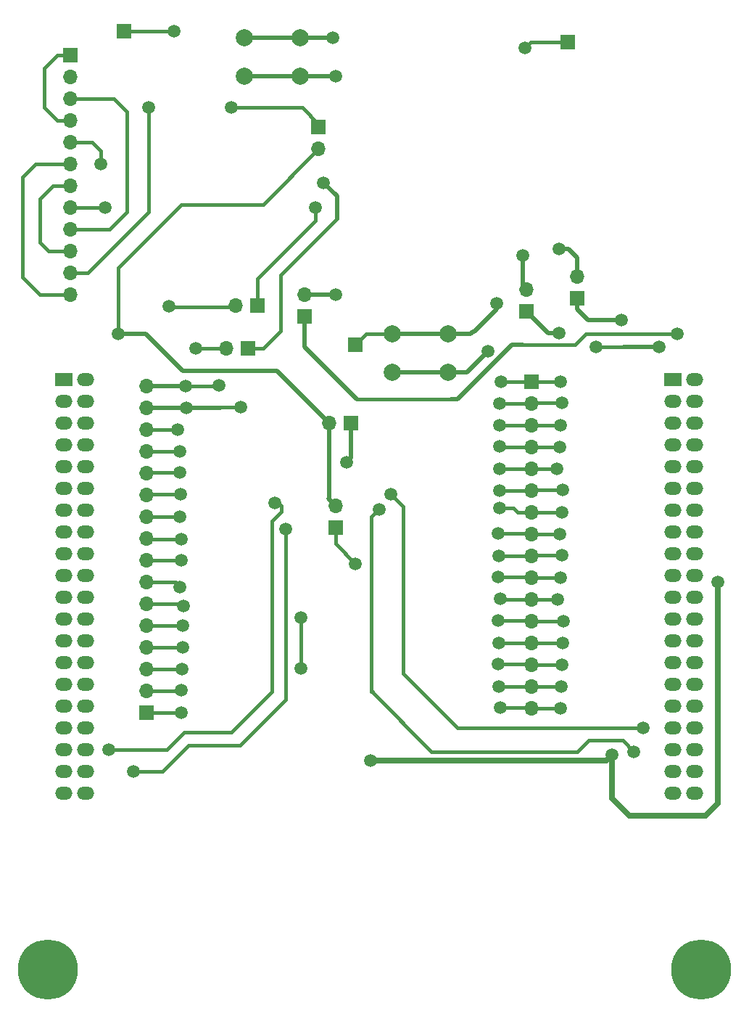
<source format=gbr>
%TF.GenerationSoftware,KiCad,Pcbnew,(5.1.9)-1*%
%TF.CreationDate,2021-04-09T00:02:46-03:00*%
%TF.ProjectId,PCB_TP_Prof,5043425f-5450-45f5-9072-6f662e6b6963,rev?*%
%TF.SameCoordinates,Original*%
%TF.FileFunction,Copper,L2,Bot*%
%TF.FilePolarity,Positive*%
%FSLAX46Y46*%
G04 Gerber Fmt 4.6, Leading zero omitted, Abs format (unit mm)*
G04 Created by KiCad (PCBNEW (5.1.9)-1) date 2021-04-09 00:02:46*
%MOMM*%
%LPD*%
G01*
G04 APERTURE LIST*
%TA.AperFunction,ComponentPad*%
%ADD10R,2.000000X1.524000*%
%TD*%
%TA.AperFunction,ComponentPad*%
%ADD11O,2.000000X1.524000*%
%TD*%
%TA.AperFunction,ComponentPad*%
%ADD12C,7.000000*%
%TD*%
%TA.AperFunction,ComponentPad*%
%ADD13C,2.000000*%
%TD*%
%TA.AperFunction,ComponentPad*%
%ADD14O,1.700000X1.700000*%
%TD*%
%TA.AperFunction,ComponentPad*%
%ADD15R,1.700000X1.700000*%
%TD*%
%TA.AperFunction,ViaPad*%
%ADD16C,1.500000*%
%TD*%
%TA.AperFunction,Conductor*%
%ADD17C,0.508000*%
%TD*%
%TA.AperFunction,Conductor*%
%ADD18C,0.381000*%
%TD*%
%TA.AperFunction,Conductor*%
%ADD19C,0.700000*%
%TD*%
G04 APERTURE END LIST*
D10*
%TO.P,XA1,1*%
%TO.N,+3V3*%
X133858000Y-97282000D03*
D11*
%TO.P,XA1,2*%
%TO.N,/Conector-EDU_CIAA/+5V_P1*%
X136398000Y-97282000D03*
%TO.P,XA1,11*%
%TO.N,/Conector-EDU_CIAA/CH2*%
X133858000Y-109982000D03*
%TO.P,XA1,4*%
%TO.N,GND*%
X136398000Y-99822000D03*
%TO.P,XA1,13*%
%TO.N,/Conector-EDU_CIAA/CH1*%
X133858000Y-112522000D03*
%TO.P,XA1,6*%
%TO.N,Net-(XA1-Pad6)*%
X136398000Y-102362000D03*
%TO.P,XA1,15*%
%TO.N,/Conector-EDU_CIAA/DAC*%
X133858000Y-115062000D03*
%TO.P,XA1,8*%
%TO.N,Net-(XA1-Pad8)*%
X136398000Y-104902000D03*
%TO.P,XA1,17*%
%TO.N,/Conector-EDU_CIAA/VDDA*%
X133858000Y-117602000D03*
%TO.P,XA1,10*%
%TO.N,Net-(XA1-Pad10)*%
X136398000Y-107442000D03*
%TO.P,XA1,19*%
%TO.N,/Conector-EDU_CIAA/I2C_SDA*%
X133858000Y-120142000D03*
%TO.P,XA1,12*%
%TO.N,Net-(XA1-Pad12)*%
X136398000Y-109982000D03*
%TO.P,XA1,21*%
%TO.N,/Conector-EDU_CIAA/I2C_SCL*%
X133858000Y-122682000D03*
%TO.P,XA1,14*%
%TO.N,Net-(XA1-Pad14)*%
X136398000Y-112522000D03*
%TO.P,XA1,23*%
%TO.N,/Conector-EDU_CIAA/232_RX*%
X133858000Y-125222000D03*
%TO.P,XA1,16*%
%TO.N,Net-(XA1-Pad16)*%
X136398000Y-115062000D03*
%TO.P,XA1,25*%
%TO.N,/Conector-EDU_CIAA/232_TX*%
X133858000Y-127762000D03*
%TO.P,XA1,18*%
%TO.N,GNDA*%
X136398000Y-117602000D03*
%TO.P,XA1,27*%
%TO.N,/Conector-EDU_CIAA/CAN_RD-GPIO33*%
X133858000Y-130302000D03*
%TO.P,XA1,20*%
%TO.N,GND*%
X136398000Y-120142000D03*
%TO.P,XA1,29*%
%TO.N,/Conector-EDU_CIAA/CAN_TD-GPIO32*%
X133858000Y-132842000D03*
%TO.P,XA1,22*%
%TO.N,GND*%
X136398000Y-122682000D03*
%TO.P,XA1,31*%
%TO.N,/Conector-EDU_CIAA/T_COL1-GPIO30*%
X133858000Y-135382000D03*
%TO.P,XA1,24*%
%TO.N,GND*%
X136398000Y-125222000D03*
%TO.P,XA1,26*%
X136398000Y-127762000D03*
%TO.P,XA1,33*%
%TO.N,/Conector-EDU_CIAA/T_FIL0-GPIO25*%
X133858000Y-137922000D03*
%TO.P,XA1,28*%
%TO.N,GND*%
X136398000Y-130302000D03*
%TO.P,XA1,32*%
X136398000Y-135382000D03*
%TO.P,XA1,34*%
%TO.N,Net-(XA1-Pad34)*%
X136398000Y-137922000D03*
%TO.P,XA1,36*%
%TO.N,Net-(XA1-Pad36)*%
X136398000Y-140462000D03*
%TO.P,XA1,38*%
%TO.N,GND*%
X136398000Y-143002000D03*
%TO.P,XA1,35*%
%TO.N,/Conector-EDU_CIAA/T_FIL3-GPIO28*%
X133858000Y-140462000D03*
%TO.P,XA1,37*%
%TO.N,/Conector-EDU_CIAA/T_FIL2-GPIO27*%
X133858000Y-143002000D03*
%TO.P,XA1,3*%
%TO.N,Net-(XA1-Pad3)*%
X133858000Y-99822000D03*
%TO.P,XA1,5*%
%TO.N,Net-(XA1-Pad5)*%
X133858000Y-102362000D03*
%TO.P,XA1,7*%
%TO.N,Net-(XA1-Pad7)*%
X133858000Y-104902000D03*
%TO.P,XA1,9*%
%TO.N,/Conector-EDU_CIAA/CH3*%
X133858000Y-107442000D03*
%TO.P,XA1,39*%
%TO.N,/Conector-EDU_CIAA/T_COL0-GPIO29*%
X133858000Y-145542000D03*
%TO.P,XA1,40*%
%TO.N,GND*%
X136398000Y-145542000D03*
%TO.P,XA1,30*%
X136398000Y-132842000D03*
D10*
%TO.P,XA1,41*%
%TO.N,/Conector-EDU_CIAA/+3.3V_P2*%
X62738000Y-97282000D03*
D11*
%TO.P,XA1,42*%
%TO.N,+5V*%
X65278000Y-97282000D03*
%TO.P,XA1,43*%
%TO.N,GND*%
X62738000Y-99822000D03*
%TO.P,XA1,44*%
%TO.N,/Conector-EDU_CIAA/RXD1-GPIO21*%
X65278000Y-99822000D03*
%TO.P,XA1,45*%
%TO.N,GND*%
X62738000Y-102362000D03*
%TO.P,XA1,46*%
%TO.N,/Conector-EDU_CIAA/TX_EN-GPIO19*%
X65278000Y-102362000D03*
%TO.P,XA1,47*%
%TO.N,GND*%
X62738000Y-104902000D03*
%TO.P,XA1,48*%
%TO.N,Net-(XA1-Pad48)*%
X65278000Y-104902000D03*
%TO.P,XA1,49*%
%TO.N,/Conector-EDU_CIAA/RXD0*%
X62738000Y-107442000D03*
%TO.P,XA1,50*%
%TO.N,Net-(XA1-Pad50)*%
X65278000Y-107442000D03*
%TO.P,XA1,51*%
%TO.N,GND*%
X62738000Y-109982000D03*
%TO.P,XA1,52*%
%TO.N,Net-(XA1-Pad52)*%
X65278000Y-109982000D03*
%TO.P,XA1,53*%
%TO.N,GND*%
X62738000Y-112522000D03*
%TO.P,XA1,54*%
%TO.N,Net-(XA1-Pad54)*%
X65278000Y-112522000D03*
%TO.P,XA1,55*%
%TO.N,Net-(XA1-Pad55)*%
X62738000Y-115062000D03*
%TO.P,XA1,56*%
%TO.N,Net-(XA1-Pad56)*%
X65278000Y-115062000D03*
%TO.P,XA1,57*%
%TO.N,GND*%
X62738000Y-117602000D03*
%TO.P,XA1,58*%
%TO.N,Net-(XA1-Pad58)*%
X65278000Y-117602000D03*
%TO.P,XA1,59*%
%TO.N,GND*%
X62738000Y-120142000D03*
%TO.P,XA1,60*%
%TO.N,Net-(XA1-Pad60)*%
X65278000Y-120142000D03*
%TO.P,XA1,61*%
%TO.N,Net-(XA1-Pad61)*%
X62738000Y-122682000D03*
%TO.P,XA1,62*%
%TO.N,Net-(XA1-Pad62)*%
X65278000Y-122682000D03*
%TO.P,XA1,63*%
%TO.N,/Conector-EDU_CIAA/LCD_EN*%
X62738000Y-125222000D03*
%TO.P,XA1,64*%
%TO.N,Net-(XA1-Pad64)*%
X65278000Y-125222000D03*
%TO.P,XA1,65*%
%TO.N,GND*%
X62738000Y-127762000D03*
%TO.P,XA1,66*%
%TO.N,Net-(XA1-Pad66)*%
X65278000Y-127762000D03*
%TO.P,XA1,67*%
%TO.N,GND*%
X62738000Y-130302000D03*
%TO.P,XA1,68*%
%TO.N,Net-(XA1-Pad68)*%
X65278000Y-130302000D03*
%TO.P,XA1,69*%
%TO.N,/Conector-EDU_CIAA/GPIO0*%
X62738000Y-132842000D03*
%TO.P,XA1,70*%
%TO.N,Net-(XA1-Pad70)*%
X65278000Y-132842000D03*
%TO.P,XA1,71*%
%TO.N,/Conector-EDU_CIAA/GPIO2*%
X62738000Y-135382000D03*
%TO.P,XA1,72*%
%TO.N,/Conector-EDU_CIAA/GPIO1*%
X65278000Y-135382000D03*
%TO.P,XA1,73*%
%TO.N,/Conector-EDU_CIAA/GPIO4*%
X62738000Y-137922000D03*
%TO.P,XA1,74*%
%TO.N,/Conector-EDU_CIAA/GPIO3*%
X65278000Y-137922000D03*
%TO.P,XA1,75*%
%TO.N,/Conector-EDU_CIAA/GPIO6*%
X62738000Y-140462000D03*
%TO.P,XA1,76*%
%TO.N,/Conector-EDU_CIAA/GPIO5*%
X65278000Y-140462000D03*
%TO.P,XA1,77*%
%TO.N,GND*%
X62738000Y-143002000D03*
%TO.P,XA1,78*%
%TO.N,/Conector-EDU_CIAA/GPIO7*%
X65278000Y-143002000D03*
%TO.P,XA1,79*%
%TO.N,GND*%
X62738000Y-145542000D03*
%TO.P,XA1,80*%
%TO.N,/Conector-EDU_CIAA/GPIO8*%
X65278000Y-145542000D03*
D12*
%TO.P,XA1,~*%
%TO.N,N/C*%
X60833000Y-166116000D03*
X137160000Y-166116000D03*
%TD*%
D13*
%TO.P,SW1,1*%
%TO.N,GND*%
X83820000Y-61904000D03*
%TO.P,SW1,2*%
%TO.N,/NodeMCU/RST*%
X83820000Y-57404000D03*
%TO.P,SW1,1*%
%TO.N,GND*%
X90320000Y-61904000D03*
%TO.P,SW1,2*%
%TO.N,/NodeMCU/RST*%
X90320000Y-57404000D03*
%TD*%
D14*
%TO.P,JP1,2*%
%TO.N,+5V*%
X93726000Y-102362000D03*
D15*
%TO.P,JP1,1*%
%TO.N,Net-(C7-Pad1)*%
X96266000Y-102362000D03*
%TD*%
%TO.P,JP2,1*%
%TO.N,Net-(C8-Pad2)*%
X94488000Y-114554000D03*
D14*
%TO.P,JP2,2*%
%TO.N,+5V*%
X94488000Y-112014000D03*
%TD*%
D15*
%TO.P,J2,1*%
%TO.N,Net-(J2-Pad1)*%
X63500000Y-59436000D03*
D14*
%TO.P,J2,2*%
%TO.N,/HX711/E-*%
X63500000Y-61976000D03*
%TO.P,J2,3*%
%TO.N,Net-(J2-Pad3)*%
X63500000Y-64516000D03*
%TO.P,J2,4*%
%TO.N,Net-(J2-Pad1)*%
X63500000Y-67056000D03*
%TO.P,J2,5*%
%TO.N,/HX711/A-*%
X63500000Y-69596000D03*
%TO.P,J2,6*%
%TO.N,Net-(J2-Pad12)*%
X63500000Y-72136000D03*
%TO.P,J2,7*%
%TO.N,Net-(J2-Pad10)*%
X63500000Y-74676000D03*
%TO.P,J2,8*%
%TO.N,/HX711/A+*%
X63500000Y-77216000D03*
%TO.P,J2,9*%
%TO.N,Net-(J2-Pad3)*%
X63500000Y-79756000D03*
%TO.P,J2,10*%
%TO.N,Net-(J2-Pad10)*%
X63500000Y-82296000D03*
%TO.P,J2,11*%
%TO.N,/HX711/E+*%
X63500000Y-84836000D03*
%TO.P,J2,12*%
%TO.N,Net-(J2-Pad12)*%
X63500000Y-87376000D03*
%TD*%
D15*
%TO.P,J1,1*%
%TO.N,Net-(J1-Pad1)*%
X72390000Y-136144000D03*
D14*
%TO.P,J1,2*%
%TO.N,Net-(J1-Pad2)*%
X72390000Y-133604000D03*
%TO.P,J1,3*%
%TO.N,Net-(J1-Pad3)*%
X72390000Y-131064000D03*
%TO.P,J1,4*%
%TO.N,Net-(J1-Pad4)*%
X72390000Y-128524000D03*
%TO.P,J1,5*%
%TO.N,Net-(J1-Pad5)*%
X72390000Y-125984000D03*
%TO.P,J1,6*%
%TO.N,Net-(J1-Pad6)*%
X72390000Y-123444000D03*
%TO.P,J1,7*%
%TO.N,Net-(J1-Pad7)*%
X72390000Y-120904000D03*
%TO.P,J1,8*%
%TO.N,Net-(J1-Pad8)*%
X72390000Y-118364000D03*
%TO.P,J1,9*%
%TO.N,Net-(J1-Pad9)*%
X72390000Y-115824000D03*
%TO.P,J1,10*%
%TO.N,Net-(J1-Pad10)*%
X72390000Y-113284000D03*
%TO.P,J1,11*%
%TO.N,Net-(J1-Pad11)*%
X72390000Y-110744000D03*
%TO.P,J1,12*%
%TO.N,Net-(J1-Pad12)*%
X72390000Y-108204000D03*
%TO.P,J1,13*%
%TO.N,Net-(J1-Pad13)*%
X72390000Y-105664000D03*
%TO.P,J1,14*%
%TO.N,Net-(J1-Pad14)*%
X72390000Y-103124000D03*
%TO.P,J1,15*%
%TO.N,GND*%
X72390000Y-100584000D03*
%TO.P,J1,16*%
X72390000Y-98044000D03*
%TD*%
%TO.P,J3,16*%
%TO.N,Net-(J3-Pad16)*%
X117348000Y-135636000D03*
%TO.P,J3,15*%
%TO.N,Net-(J3-Pad15)*%
X117348000Y-133096000D03*
%TO.P,J3,14*%
%TO.N,Net-(J3-Pad14)*%
X117348000Y-130556000D03*
%TO.P,J3,13*%
%TO.N,Net-(J3-Pad13)*%
X117348000Y-128016000D03*
%TO.P,J3,12*%
%TO.N,Net-(J3-Pad12)*%
X117348000Y-125476000D03*
%TO.P,J3,11*%
%TO.N,Net-(J3-Pad11)*%
X117348000Y-122936000D03*
%TO.P,J3,10*%
%TO.N,Net-(J3-Pad10)*%
X117348000Y-120396000D03*
%TO.P,J3,9*%
%TO.N,Net-(J3-Pad9)*%
X117348000Y-117856000D03*
%TO.P,J3,8*%
%TO.N,Net-(J3-Pad8)*%
X117348000Y-115316000D03*
%TO.P,J3,7*%
%TO.N,Net-(J3-Pad7)*%
X117348000Y-112776000D03*
%TO.P,J3,6*%
%TO.N,Net-(J3-Pad6)*%
X117348000Y-110236000D03*
%TO.P,J3,5*%
%TO.N,Net-(J3-Pad5)*%
X117348000Y-107696000D03*
%TO.P,J3,4*%
%TO.N,Net-(J3-Pad4)*%
X117348000Y-105156000D03*
%TO.P,J3,3*%
%TO.N,Net-(J3-Pad3)*%
X117348000Y-102616000D03*
%TO.P,J3,2*%
%TO.N,Net-(J3-Pad2)*%
X117348000Y-100076000D03*
D15*
%TO.P,J3,1*%
%TO.N,Net-(J3-Pad1)*%
X117348000Y-97536000D03*
%TD*%
%TO.P,J4,1*%
%TO.N,/NodeMCU/RST*%
X121539000Y-57912000D03*
%TD*%
%TO.P,J5,1*%
%TO.N,/NodeMCU/GPIO0-D3*%
X96774000Y-93218000D03*
%TD*%
%TO.P,JP4,1*%
%TO.N,+3V3*%
X90805000Y-89916000D03*
D14*
%TO.P,JP4,2*%
%TO.N,/NodeMCU/+3V3*%
X90805000Y-87376000D03*
%TD*%
D15*
%TO.P,JP6,1*%
%TO.N,/Conector-EDU_CIAA/232_RX*%
X122682000Y-87757000D03*
D14*
%TO.P,JP6,2*%
%TO.N,/NodeMCU/TX*%
X122682000Y-85217000D03*
%TD*%
%TO.P,JP7,2*%
%TO.N,/NodeMCU/RX*%
X116713000Y-86741000D03*
D15*
%TO.P,JP7,1*%
%TO.N,/Conector-EDU_CIAA/232_TX*%
X116713000Y-89281000D03*
%TD*%
%TO.P,J6,1*%
%TO.N,GND*%
X69723000Y-56642000D03*
%TD*%
D14*
%TO.P,JP3,2*%
%TO.N,+5V*%
X92456000Y-70358000D03*
D15*
%TO.P,JP3,1*%
%TO.N,/HX711/VCC*%
X92456000Y-67818000D03*
%TD*%
%TO.P,JP5,1*%
%TO.N,/HX711/SCK*%
X85344000Y-88646000D03*
D14*
%TO.P,JP5,2*%
%TO.N,/Conector-EDU_CIAA/RXD1-GPIO21*%
X82804000Y-88646000D03*
%TD*%
D15*
%TO.P,JP8,1*%
%TO.N,/HX711/DT*%
X84201000Y-93599000D03*
D14*
%TO.P,JP8,2*%
%TO.N,/Conector-EDU_CIAA/TX_EN-GPIO19*%
X81661000Y-93599000D03*
%TD*%
D13*
%TO.P,SW2,2*%
%TO.N,GND*%
X101092000Y-96448000D03*
%TO.P,SW2,1*%
%TO.N,/NodeMCU/GPIO0-D3*%
X101092000Y-91948000D03*
%TO.P,SW2,2*%
%TO.N,GND*%
X107592000Y-96448000D03*
%TO.P,SW2,1*%
%TO.N,/NodeMCU/GPIO0-D3*%
X107592000Y-91948000D03*
%TD*%
D16*
%TO.N,GND*%
X80822800Y-97993200D03*
X83362800Y-100533200D03*
X112268000Y-93980000D03*
X94416000Y-61904000D03*
X76987400Y-100584000D03*
X76936600Y-98018600D03*
X75565000Y-56642000D03*
X90347800Y-125018800D03*
X90347800Y-130937000D03*
%TO.N,+5V*%
X69088000Y-91948000D03*
%TO.N,/HX711/A-*%
X67056000Y-72136000D03*
%TO.N,/HX711/E+*%
X72644000Y-65532000D03*
%TO.N,/HX711/A+*%
X67564000Y-77216000D03*
%TO.N,Net-(C8-Pad2)*%
X96748600Y-118770400D03*
%TO.N,/HX711/DT*%
X93014800Y-74295000D03*
%TO.N,+3V3*%
X134366000Y-91948000D03*
%TO.N,/Conector-EDU_CIAA/232_RX*%
X127787400Y-90322400D03*
%TO.N,/Conector-EDU_CIAA/232_TX*%
X120523000Y-91821000D03*
%TO.N,/Conector-EDU_CIAA/CH3*%
X132207000Y-93472000D03*
X124841000Y-93497400D03*
%TO.N,/Conector-EDU_CIAA/GPIO5*%
X87376000Y-111633000D03*
X67978020Y-140462000D03*
%TO.N,/Conector-EDU_CIAA/GPIO7*%
X88640920Y-114706400D03*
X70807580Y-143002000D03*
%TO.N,/NodeMCU/RST*%
X94073980Y-57437020D03*
X116509800Y-58592720D03*
%TO.N,Net-(J1-Pad1)*%
X76403200Y-136144000D03*
%TO.N,Net-(J1-Pad2)*%
X76454000Y-133553200D03*
%TO.N,Net-(J1-Pad3)*%
X76504800Y-131089400D03*
%TO.N,Net-(J1-Pad4)*%
X76555600Y-128524000D03*
%TO.N,Net-(J1-Pad5)*%
X76581000Y-125984000D03*
%TO.N,Net-(J1-Pad6)*%
X76631800Y-123672600D03*
%TO.N,Net-(J1-Pad7)*%
X76276200Y-121473954D03*
%TO.N,Net-(J1-Pad8)*%
X76403200Y-118338600D03*
%TO.N,Net-(J1-Pad9)*%
X76403200Y-115874800D03*
%TO.N,Net-(J1-Pad10)*%
X76239472Y-113248572D03*
%TO.N,Net-(J1-Pad11)*%
X76301600Y-110693200D03*
%TO.N,Net-(J1-Pad12)*%
X76276200Y-108153200D03*
%TO.N,Net-(J1-Pad13)*%
X76250800Y-105689400D03*
%TO.N,Net-(J1-Pad14)*%
X76022200Y-103149400D03*
%TO.N,Net-(J3-Pad12)*%
X113418630Y-125356630D03*
X121005600Y-125476000D03*
%TO.N,Net-(J3-Pad11)*%
X113665000Y-122809000D03*
X120319800Y-122936000D03*
%TO.N,Net-(J3-Pad10)*%
X113411000Y-120269000D03*
X120675400Y-120396000D03*
%TO.N,Net-(J3-Pad9)*%
X113538000Y-117856000D03*
X120827800Y-117754400D03*
%TO.N,Net-(J3-Pad8)*%
X113420443Y-115193710D03*
X120650000Y-115316000D03*
%TO.N,Net-(J3-Pad7)*%
X113551400Y-112268000D03*
X120827800Y-112801400D03*
%TO.N,Net-(J3-Pad6)*%
X113551400Y-110236000D03*
X120929400Y-110159800D03*
%TO.N,Net-(J3-Pad5)*%
X113551400Y-107696000D03*
X120269000Y-107696000D03*
%TO.N,Net-(J3-Pad4)*%
X113551400Y-105029000D03*
X120599200Y-105181400D03*
%TO.N,Net-(J3-Pad3)*%
X113551400Y-102616000D03*
X120700800Y-102590600D03*
%TO.N,Net-(J3-Pad2)*%
X113551400Y-100076000D03*
X120878600Y-100025200D03*
%TO.N,Net-(J3-Pad1)*%
X113792000Y-97536000D03*
X120700800Y-97536000D03*
%TO.N,/Conector-EDU_CIAA/T_FIL3-GPIO28*%
X129283460Y-140690600D03*
X99491800Y-112395000D03*
%TO.N,/Conector-EDU_CIAA/T_FIL0-GPIO25*%
X130345180Y-137922000D03*
X100863400Y-110642400D03*
%TO.N,/Conector-EDU_CIAA/RXD1-GPIO21*%
X74957940Y-88745060D03*
%TO.N,/NodeMCU/GPIO0-D3*%
X113284000Y-88392000D03*
%TO.N,/NodeMCU/+3V3*%
X94488000Y-87376000D03*
%TO.N,/NodeMCU/TX*%
X120523000Y-82042000D03*
%TO.N,/NodeMCU/RX*%
X116332000Y-82804000D03*
%TO.N,/HX711/VCC*%
X82296000Y-65532000D03*
%TO.N,/HX711/SCK*%
X92075000Y-77216000D03*
%TO.N,/Conector-EDU_CIAA/TX_EN-GPIO19*%
X78105000Y-93599000D03*
%TO.N,Net-(J3-Pad16)*%
X113665000Y-135509000D03*
X120726200Y-135636000D03*
%TO.N,Net-(J3-Pad15)*%
X113538000Y-133096000D03*
X120751600Y-133096000D03*
%TO.N,Net-(J3-Pad14)*%
X113411000Y-130429000D03*
X120853200Y-130556000D03*
%TO.N,Net-(J3-Pad13)*%
X113538000Y-128016000D03*
X120954800Y-128016000D03*
%TO.N,GNDA*%
X126750000Y-141016800D03*
X139065000Y-120904000D03*
X98526600Y-141732000D03*
%TO.N,Net-(C7-Pad1)*%
X95758000Y-106934000D03*
%TD*%
D17*
%TO.N,GND*%
X72390000Y-98044000D02*
X77089000Y-98044000D01*
X101092000Y-96448000D02*
X107592000Y-96448000D01*
X107592000Y-96448000D02*
X109800000Y-96448000D01*
X109800000Y-96448000D02*
X111252000Y-94996000D01*
X111252000Y-94996000D02*
X112268000Y-93980000D01*
X90320000Y-61904000D02*
X83820000Y-61904000D01*
X90320000Y-61904000D02*
X94416000Y-61904000D01*
D18*
X80772000Y-98044000D02*
X80822800Y-97993200D01*
X77089000Y-98044000D02*
X80772000Y-98044000D01*
X77139800Y-100584000D02*
X77114400Y-100609400D01*
D17*
X72390000Y-100584000D02*
X77139800Y-100584000D01*
X77139800Y-100584000D02*
X80899000Y-100584000D01*
D18*
X77139800Y-100584000D02*
X77139800Y-100609400D01*
X80949800Y-100533200D02*
X80899000Y-100584000D01*
X83362800Y-100533200D02*
X80949800Y-100533200D01*
X69723000Y-56642000D02*
X75565000Y-56642000D01*
X90347800Y-125018800D02*
X90347800Y-130937000D01*
D17*
%TO.N,+5V*%
X69088000Y-91948000D02*
X72263000Y-91948000D01*
X72263000Y-91948000D02*
X76581000Y-96266000D01*
D18*
X76454000Y-76835000D02*
X85979000Y-76835000D01*
X69088000Y-84201000D02*
X76454000Y-76835000D01*
X85979000Y-76835000D02*
X92456000Y-70358000D01*
X69088000Y-91948000D02*
X69088000Y-84201000D01*
D17*
X81534000Y-96266000D02*
X81788000Y-96266000D01*
X76581000Y-96266000D02*
X81534000Y-96266000D01*
X87630000Y-96266000D02*
X93726000Y-102362000D01*
X81534000Y-96266000D02*
X87630000Y-96266000D01*
X93638001Y-102449999D02*
X93726000Y-102362000D01*
X94488000Y-112014000D02*
X93638001Y-111164001D01*
X93726000Y-111252000D02*
X94488000Y-112014000D01*
X93726000Y-102362000D02*
X93726000Y-111252000D01*
D18*
%TO.N,/HX711/A-*%
X63500000Y-69596000D02*
X66040000Y-69596000D01*
X67056000Y-70612000D02*
X67056000Y-72136000D01*
X66040000Y-69596000D02*
X67056000Y-70612000D01*
%TO.N,/HX711/E+*%
X63500000Y-84836000D02*
X65532000Y-84836000D01*
X65532000Y-84836000D02*
X72644000Y-77724000D01*
X72644000Y-77724000D02*
X72644000Y-65532000D01*
%TO.N,/HX711/A+*%
X63500000Y-77216000D02*
X67564000Y-77216000D01*
%TO.N,Net-(C8-Pad2)*%
X96748600Y-118770400D02*
X94411800Y-116433600D01*
X94411800Y-114630200D02*
X94488000Y-114554000D01*
X94411800Y-116433600D02*
X94411800Y-114630200D01*
%TO.N,/HX711/DT*%
X84201000Y-93599000D02*
X85979000Y-93599000D01*
X85979000Y-93599000D02*
X88011000Y-91567000D01*
X88011000Y-91567000D02*
X88011000Y-85090000D01*
X88011000Y-85090000D02*
X94615000Y-78486000D01*
D17*
X94615000Y-75895200D02*
X93014800Y-74295000D01*
X94615000Y-78486000D02*
X94615000Y-75895200D01*
%TO.N,+3V3*%
X96901000Y-99568000D02*
X90805000Y-93472000D01*
X90805000Y-93472000D02*
X90805000Y-89916000D01*
D18*
X116332000Y-93218000D02*
X122428000Y-93218000D01*
X123698000Y-91948000D02*
X134366000Y-91948000D01*
X122428000Y-93218000D02*
X123698000Y-91948000D01*
D17*
X116332000Y-93218000D02*
X115062000Y-93218000D01*
X108712000Y-99568000D02*
X107950000Y-99568000D01*
X115062000Y-93218000D02*
X108712000Y-99568000D01*
D18*
X96901000Y-99568000D02*
X107950000Y-99568000D01*
D17*
%TO.N,/Conector-EDU_CIAA/232_RX*%
X122682000Y-87757000D02*
X122682000Y-88646000D01*
X127787400Y-90322400D02*
X123926600Y-90322400D01*
X122682000Y-89077800D02*
X122682000Y-87757000D01*
X123926600Y-90322400D02*
X122682000Y-89077800D01*
%TO.N,/Conector-EDU_CIAA/232_TX*%
X119253000Y-91821000D02*
X116713000Y-89281000D01*
X120523000Y-91821000D02*
X119253000Y-91821000D01*
%TO.N,/Conector-EDU_CIAA/CH3*%
X128046480Y-93472000D02*
X128041400Y-93477080D01*
X132207000Y-93472000D02*
X128046480Y-93472000D01*
D18*
X124708920Y-93477080D02*
X128041400Y-93477080D01*
%TO.N,/Conector-EDU_CIAA/GPIO5*%
X87376000Y-111633000D02*
X87757000Y-111633000D01*
X87757000Y-111633000D02*
X88138000Y-112014000D01*
X88138000Y-112014000D02*
X88138000Y-112649000D01*
X88138000Y-112649000D02*
X86995000Y-113792000D01*
X87035640Y-123738640D02*
X87035640Y-124089902D01*
X86995000Y-123698000D02*
X87035640Y-123738640D01*
X86995000Y-133705600D02*
X86995000Y-123596400D01*
X82270600Y-138430000D02*
X86995000Y-133705600D01*
X76758800Y-138430000D02*
X82270600Y-138430000D01*
X74742040Y-140446760D02*
X76758800Y-138430000D01*
X67993260Y-140446760D02*
X74742040Y-140446760D01*
X86995000Y-123596400D02*
X86995000Y-123698000D01*
X67978020Y-140462000D02*
X67993260Y-140446760D01*
X86995000Y-113792000D02*
X86995000Y-123596400D01*
%TO.N,/Conector-EDU_CIAA/GPIO7*%
X70807580Y-143002000D02*
X70794880Y-142989300D01*
X70850760Y-143002000D02*
X70807580Y-143002000D01*
X70807580Y-143002000D02*
X74218800Y-143002000D01*
X74218800Y-143002000D02*
X77292200Y-139928600D01*
X77292200Y-139928600D02*
X83312000Y-139928600D01*
X83312000Y-139928600D02*
X88640920Y-134599680D01*
X88640920Y-134599680D02*
X88640920Y-124998480D01*
X88640920Y-124998480D02*
X88640920Y-125211840D01*
X88640920Y-114706400D02*
X88640920Y-124998480D01*
%TO.N,Net-(J2-Pad1)*%
X63500000Y-59436000D02*
X61976000Y-59436000D01*
X61976000Y-59436000D02*
X60452000Y-60960000D01*
X60452000Y-60960000D02*
X60452000Y-65532000D01*
X61976000Y-67056000D02*
X63500000Y-67056000D01*
X60452000Y-65532000D02*
X61976000Y-67056000D01*
%TO.N,Net-(J2-Pad3)*%
X68580000Y-64516000D02*
X64516000Y-64516000D01*
X70104000Y-66040000D02*
X68580000Y-64516000D01*
X70104000Y-77724000D02*
X70104000Y-66040000D01*
X68072000Y-79756000D02*
X70104000Y-77724000D01*
X63500000Y-79756000D02*
X68072000Y-79756000D01*
X64516000Y-64516000D02*
X65024000Y-64516000D01*
X63500000Y-64516000D02*
X64516000Y-64516000D01*
%TO.N,Net-(J2-Pad12)*%
X63500000Y-72136000D02*
X59436000Y-72136000D01*
X59436000Y-72136000D02*
X57912000Y-73660000D01*
X57912000Y-73660000D02*
X57912000Y-85344000D01*
X57912000Y-85344000D02*
X59944000Y-87376000D01*
X59944000Y-87376000D02*
X63500000Y-87376000D01*
%TO.N,Net-(J2-Pad10)*%
X63500000Y-82296000D02*
X60960000Y-82296000D01*
X60960000Y-82296000D02*
X59944000Y-81280000D01*
X59944000Y-81280000D02*
X59944000Y-76200000D01*
X61468000Y-74676000D02*
X63500000Y-74676000D01*
X59944000Y-76200000D02*
X61468000Y-74676000D01*
D17*
%TO.N,/NodeMCU/RST*%
X90203020Y-57437020D02*
X90170000Y-57404000D01*
X94073980Y-57437020D02*
X90203020Y-57437020D01*
X90170000Y-57404000D02*
X83670000Y-57404000D01*
D18*
X117190520Y-57912000D02*
X116509800Y-58592720D01*
X121539000Y-57912000D02*
X117190520Y-57912000D01*
%TO.N,Net-(J1-Pad1)*%
X72390000Y-136144000D02*
X76403200Y-136144000D01*
%TO.N,Net-(J1-Pad2)*%
X76403200Y-133604000D02*
X76454000Y-133553200D01*
X72390000Y-133604000D02*
X76403200Y-133604000D01*
%TO.N,Net-(J1-Pad3)*%
X72415400Y-131089400D02*
X72390000Y-131064000D01*
X76504800Y-131089400D02*
X72415400Y-131089400D01*
%TO.N,Net-(J1-Pad4)*%
X76555600Y-128524000D02*
X72390000Y-128524000D01*
%TO.N,Net-(J1-Pad5)*%
X76581000Y-125984000D02*
X72390000Y-125984000D01*
%TO.N,Net-(J1-Pad6)*%
X76403200Y-123444000D02*
X76631800Y-123672600D01*
X72390000Y-123444000D02*
X76403200Y-123444000D01*
%TO.N,Net-(J1-Pad7)*%
X76276200Y-121473954D02*
X76276200Y-121437400D01*
X75742800Y-120904000D02*
X72390000Y-120904000D01*
X76276200Y-121437400D02*
X75742800Y-120904000D01*
%TO.N,Net-(J1-Pad8)*%
X72415400Y-118338600D02*
X72390000Y-118364000D01*
X76403200Y-118338600D02*
X72415400Y-118338600D01*
%TO.N,Net-(J1-Pad9)*%
X72440800Y-115874800D02*
X72390000Y-115824000D01*
X76403200Y-115874800D02*
X72440800Y-115874800D01*
%TO.N,Net-(J1-Pad10)*%
X72425428Y-113248572D02*
X72390000Y-113284000D01*
X76239472Y-113248572D02*
X72425428Y-113248572D01*
%TO.N,Net-(J1-Pad11)*%
X72440800Y-110693200D02*
X72390000Y-110744000D01*
X76301600Y-110693200D02*
X72440800Y-110693200D01*
%TO.N,Net-(J1-Pad12)*%
X72440800Y-108153200D02*
X72390000Y-108204000D01*
X76276200Y-108153200D02*
X72440800Y-108153200D01*
%TO.N,Net-(J1-Pad13)*%
X72390000Y-105664000D02*
X76225400Y-105664000D01*
X76225400Y-105664000D02*
X76250800Y-105689400D01*
%TO.N,Net-(J1-Pad14)*%
X75996800Y-103124000D02*
X76022200Y-103149400D01*
X72390000Y-103124000D02*
X75996800Y-103124000D01*
%TO.N,Net-(J3-Pad12)*%
X117228630Y-125356630D02*
X117348000Y-125476000D01*
X113418630Y-125356630D02*
X117228630Y-125356630D01*
X117348000Y-125476000D02*
X121005600Y-125476000D01*
%TO.N,Net-(J3-Pad11)*%
X113792000Y-122936000D02*
X113665000Y-122809000D01*
X117348000Y-122936000D02*
X113792000Y-122936000D01*
X117348000Y-122936000D02*
X120319800Y-122936000D01*
%TO.N,Net-(J3-Pad10)*%
X117221000Y-120269000D02*
X117348000Y-120396000D01*
X113411000Y-120269000D02*
X117221000Y-120269000D01*
X117348000Y-120396000D02*
X120675400Y-120396000D01*
%TO.N,Net-(J3-Pad9)*%
X113538000Y-117856000D02*
X117348000Y-117856000D01*
X117449600Y-117754400D02*
X117348000Y-117856000D01*
X120827800Y-117754400D02*
X117449600Y-117754400D01*
%TO.N,Net-(J3-Pad8)*%
X117225710Y-115193710D02*
X117348000Y-115316000D01*
X113420443Y-115193710D02*
X117225710Y-115193710D01*
X117348000Y-115316000D02*
X120650000Y-115316000D01*
%TO.N,Net-(J3-Pad7)*%
X117348000Y-112776000D02*
X120802400Y-112776000D01*
X120802400Y-112776000D02*
X120827800Y-112801400D01*
X113551400Y-112268000D02*
X115189000Y-112268000D01*
X115697000Y-112776000D02*
X117348000Y-112776000D01*
X115189000Y-112268000D02*
X115697000Y-112776000D01*
%TO.N,Net-(J3-Pad6)*%
X117348000Y-110236000D02*
X113551400Y-110236000D01*
X117424200Y-110159800D02*
X117348000Y-110236000D01*
X120929400Y-110159800D02*
X117424200Y-110159800D01*
%TO.N,Net-(J3-Pad5)*%
X117348000Y-107696000D02*
X113551400Y-107696000D01*
X117348000Y-107696000D02*
X120269000Y-107696000D01*
%TO.N,Net-(J3-Pad4)*%
X113678400Y-105156000D02*
X113551400Y-105029000D01*
X117348000Y-105156000D02*
X113678400Y-105156000D01*
X117373400Y-105181400D02*
X117348000Y-105156000D01*
X120599200Y-105181400D02*
X117373400Y-105181400D01*
%TO.N,Net-(J3-Pad3)*%
X113551400Y-102616000D02*
X117348000Y-102616000D01*
X117348000Y-102616000D02*
X120472200Y-102616000D01*
X120472200Y-102616000D02*
X120497600Y-102590600D01*
X120497600Y-102590600D02*
X120700800Y-102590600D01*
%TO.N,Net-(J3-Pad2)*%
X113551400Y-100076000D02*
X117348000Y-100076000D01*
X117398800Y-100025200D02*
X117348000Y-100076000D01*
X120878600Y-100025200D02*
X117398800Y-100025200D01*
%TO.N,Net-(J3-Pad1)*%
X117348000Y-97536000D02*
X113792000Y-97536000D01*
X117348000Y-97536000D02*
X120700800Y-97536000D01*
%TO.N,/Conector-EDU_CIAA/T_FIL3-GPIO28*%
X99491800Y-112395000D02*
X98577400Y-113309400D01*
X105638600Y-140716000D02*
X119761000Y-140716000D01*
X119761000Y-140716000D02*
X119380000Y-140716000D01*
X98729800Y-133807200D02*
X98729800Y-133680200D01*
X98577400Y-133654800D02*
X98729800Y-133807200D01*
X98729800Y-133807200D02*
X105638600Y-140716000D01*
X98577400Y-133527800D02*
X98577400Y-113309400D01*
X98729800Y-133680200D02*
X98577400Y-133527800D01*
X129283460Y-140690600D02*
X127939800Y-139346940D01*
X127939800Y-139346940D02*
X124005340Y-139346940D01*
X122636280Y-140716000D02*
X119761000Y-140716000D01*
X124005340Y-139346940D02*
X122636280Y-140716000D01*
%TO.N,/Conector-EDU_CIAA/T_FIL0-GPIO25*%
X100863400Y-110642400D02*
X102285800Y-112064800D01*
X102285800Y-112064800D02*
X102285800Y-131572000D01*
X108635800Y-137922000D02*
X122250200Y-137922000D01*
X102285800Y-131572000D02*
X108635800Y-137922000D01*
X122250200Y-137922000D02*
X120650000Y-137922000D01*
X130345180Y-137922000D02*
X122250200Y-137922000D01*
%TO.N,/Conector-EDU_CIAA/RXD1-GPIO21*%
X82677000Y-88773000D02*
X82804000Y-88646000D01*
X74930000Y-88773000D02*
X82677000Y-88773000D01*
D17*
%TO.N,/NodeMCU/GPIO0-D3*%
X113284000Y-88392000D02*
X113284000Y-89027000D01*
X113284000Y-89027000D02*
X110617000Y-91694000D01*
X110617000Y-91694000D02*
X110490000Y-91694000D01*
X110236000Y-91948000D02*
X107592000Y-91948000D01*
X110490000Y-91694000D02*
X110236000Y-91948000D01*
X107592000Y-91948000D02*
X101092000Y-91948000D01*
D18*
X98044000Y-91948000D02*
X96774000Y-93218000D01*
X101092000Y-91948000D02*
X98044000Y-91948000D01*
D17*
%TO.N,/NodeMCU/+3V3*%
X90805000Y-87376000D02*
X94488000Y-87376000D01*
%TO.N,/NodeMCU/TX*%
X120523000Y-82042000D02*
X121666000Y-82042000D01*
X121666000Y-82042000D02*
X122682000Y-83058000D01*
X122682000Y-83058000D02*
X122682000Y-85217000D01*
%TO.N,/NodeMCU/RX*%
X116332000Y-86360000D02*
X116713000Y-86741000D01*
X116332000Y-82804000D02*
X116332000Y-86360000D01*
D18*
%TO.N,/HX711/VCC*%
X92456000Y-67818000D02*
X92456000Y-67437000D01*
X92456000Y-67437000D02*
X90551000Y-65532000D01*
X82376000Y-65532000D02*
X82336000Y-65572000D01*
X90551000Y-65532000D02*
X82376000Y-65532000D01*
%TO.N,/HX711/SCK*%
X85344000Y-88646000D02*
X85344000Y-85471000D01*
X85344000Y-85471000D02*
X92075000Y-78740000D01*
X92075000Y-78740000D02*
X92075000Y-77216000D01*
%TO.N,/Conector-EDU_CIAA/TX_EN-GPIO19*%
X78105000Y-93599000D02*
X77978000Y-93726000D01*
X81661000Y-93599000D02*
X78105000Y-93599000D01*
%TO.N,Net-(J3-Pad16)*%
X117221000Y-135509000D02*
X117348000Y-135636000D01*
X113665000Y-135509000D02*
X117221000Y-135509000D01*
X117348000Y-135636000D02*
X120726200Y-135636000D01*
%TO.N,Net-(J3-Pad15)*%
X113665000Y-132969000D02*
X113538000Y-133096000D01*
X117348000Y-133096000D02*
X113538000Y-133096000D01*
X117348000Y-133096000D02*
X120751600Y-133096000D01*
%TO.N,Net-(J3-Pad14)*%
X117221000Y-130429000D02*
X117348000Y-130556000D01*
X113411000Y-130429000D02*
X117221000Y-130429000D01*
X117348000Y-130556000D02*
X120853200Y-130556000D01*
%TO.N,Net-(J3-Pad13)*%
X113665000Y-127889000D02*
X113538000Y-128016000D01*
X117348000Y-128016000D02*
X113538000Y-128016000D01*
X117348000Y-128016000D02*
X120954800Y-128016000D01*
D19*
%TO.N,GNDA*%
X126750000Y-141016800D02*
X126750000Y-146130200D01*
X126750000Y-146130200D02*
X128778000Y-148158200D01*
X139065000Y-120904000D02*
X139065000Y-146735800D01*
X139065000Y-146735800D02*
X137642600Y-148158200D01*
X137642600Y-148158200D02*
X137261600Y-148158200D01*
X128778000Y-148158200D02*
X137261600Y-148158200D01*
X126034800Y-141732000D02*
X126750000Y-141016800D01*
X98526600Y-141732000D02*
X126034800Y-141732000D01*
D17*
%TO.N,Net-(C7-Pad1)*%
X96266000Y-102362000D02*
X96266000Y-106426000D01*
X96266000Y-106426000D02*
X95758000Y-106934000D01*
%TD*%
M02*

</source>
